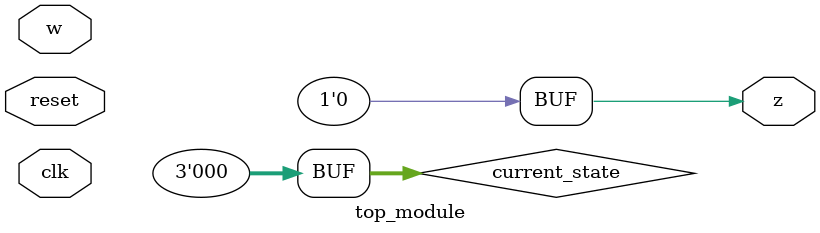
<source format=sv>
module top_module (
    input clk,
    input reset,
    input w,
    output reg z
);

// Define the states of the state machine
localparam [2:0] STATE_A = 3'd0,
                 STATE_B = 3'd1,
                 STATE_C = 3'd2,
                 STATE_D = 3'd3,
                 STATE_E = 3'd4,
                 STATE_F = 3'd5;

// Register to hold the current state
reg [2:0] current_state;

// Next state logic
always @(*) begin
    case (current_state)
        STATE_A: begin
            if (w) begin
                current_state = STATE_A;
            end else begin
                current_state = STATE_B;
            end
        end
        STATE_B: begin
            if (w) begin
                current_state = STATE_D;
            end else begin
                current_state = STATE_C;
            end
        end
        STATE_C: begin
            if (w) begin
                current_state = STATE_D;
            end else begin
                current_state = STATE_E;
            end
        end
        STATE_D: begin
            if (w) begin
                current_state = STATE_A;
            end else begin
                current_state = STATE_F;
            end
        end
        STATE_E: begin
            if (w) begin
                current_state = STATE_D;
            end else begin
                current_state = STATE_E;
            end
        end
        STATE_F: begin
            if (w) begin
                current_state = STATE_D;
            end else begin
                current_state = STATE_C;
            end
        end
        default: begin
            current_state = STATE_A;
        end
    endcase
end

// Output logic
always @(*) begin
    case (current_state)
        STATE_E, STATE_F: begin
            z = 1'b1;
        end
        default: begin
            z = 1'b0;
        end
    endcase
end

// State update logic
always @(posedge clk) begin
    if (reset) begin
        current_state <= STATE_A;
    end else begin
        current_state <= current_state;
    end
end

endmodule

</source>
